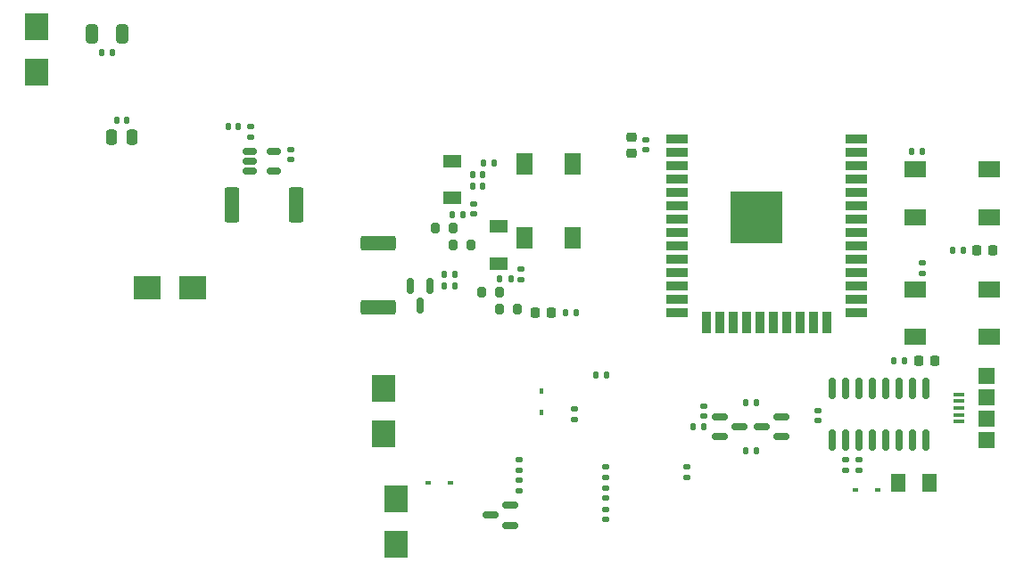
<source format=gtp>
%TF.GenerationSoftware,KiCad,Pcbnew,6.0.5-a6ca702e91~116~ubuntu20.04.1*%
%TF.CreationDate,2022-06-30T20:33:51-06:00*%
%TF.ProjectId,trailer-power-controller,74726169-6c65-4722-9d70-6f7765722d63,rev?*%
%TF.SameCoordinates,Original*%
%TF.FileFunction,Paste,Top*%
%TF.FilePolarity,Positive*%
%FSLAX46Y46*%
G04 Gerber Fmt 4.6, Leading zero omitted, Abs format (unit mm)*
G04 Created by KiCad (PCBNEW 6.0.5-a6ca702e91~116~ubuntu20.04.1) date 2022-06-30 20:33:51*
%MOMM*%
%LPD*%
G01*
G04 APERTURE LIST*
G04 Aperture macros list*
%AMRoundRect*
0 Rectangle with rounded corners*
0 $1 Rounding radius*
0 $2 $3 $4 $5 $6 $7 $8 $9 X,Y pos of 4 corners*
0 Add a 4 corners polygon primitive as box body*
4,1,4,$2,$3,$4,$5,$6,$7,$8,$9,$2,$3,0*
0 Add four circle primitives for the rounded corners*
1,1,$1+$1,$2,$3*
1,1,$1+$1,$4,$5*
1,1,$1+$1,$6,$7*
1,1,$1+$1,$8,$9*
0 Add four rect primitives between the rounded corners*
20,1,$1+$1,$2,$3,$4,$5,0*
20,1,$1+$1,$4,$5,$6,$7,0*
20,1,$1+$1,$6,$7,$8,$9,0*
20,1,$1+$1,$8,$9,$2,$3,0*%
G04 Aperture macros list end*
%ADD10R,0.450000X0.600000*%
%ADD11RoundRect,0.135000X-0.135000X-0.185000X0.135000X-0.185000X0.135000X0.185000X-0.135000X0.185000X0*%
%ADD12RoundRect,0.135000X0.185000X-0.135000X0.185000X0.135000X-0.185000X0.135000X-0.185000X-0.135000X0*%
%ADD13RoundRect,0.140000X0.140000X0.170000X-0.140000X0.170000X-0.140000X-0.170000X0.140000X-0.170000X0*%
%ADD14RoundRect,0.150000X-0.587500X-0.150000X0.587500X-0.150000X0.587500X0.150000X-0.587500X0.150000X0*%
%ADD15RoundRect,0.140000X-0.170000X0.140000X-0.170000X-0.140000X0.170000X-0.140000X0.170000X0.140000X0*%
%ADD16RoundRect,0.150000X-0.150000X0.587500X-0.150000X-0.587500X0.150000X-0.587500X0.150000X0.587500X0*%
%ADD17R,1.700000X1.300000*%
%ADD18RoundRect,0.250001X-0.462499X-0.624999X0.462499X-0.624999X0.462499X0.624999X-0.462499X0.624999X0*%
%ADD19RoundRect,0.200000X-0.200000X-0.275000X0.200000X-0.275000X0.200000X0.275000X-0.200000X0.275000X0*%
%ADD20RoundRect,0.218750X0.218750X0.256250X-0.218750X0.256250X-0.218750X-0.256250X0.218750X-0.256250X0*%
%ADD21RoundRect,0.150000X0.587500X0.150000X-0.587500X0.150000X-0.587500X-0.150000X0.587500X-0.150000X0*%
%ADD22R,1.500000X2.000000*%
%ADD23R,2.300000X2.500000*%
%ADD24R,2.500000X2.300000*%
%ADD25RoundRect,0.249999X-0.450001X-1.425001X0.450001X-1.425001X0.450001X1.425001X-0.450001X1.425001X0*%
%ADD26RoundRect,0.135000X0.135000X0.185000X-0.135000X0.185000X-0.135000X-0.185000X0.135000X-0.185000X0*%
%ADD27RoundRect,0.249999X1.425001X-0.450001X1.425001X0.450001X-1.425001X0.450001X-1.425001X-0.450001X0*%
%ADD28R,2.000000X1.500000*%
%ADD29R,0.600000X0.450000*%
%ADD30RoundRect,0.150000X0.150000X-0.825000X0.150000X0.825000X-0.150000X0.825000X-0.150000X-0.825000X0*%
%ADD31RoundRect,0.225000X0.250000X-0.225000X0.250000X0.225000X-0.250000X0.225000X-0.250000X-0.225000X0*%
%ADD32R,2.000000X0.900000*%
%ADD33R,0.900000X2.000000*%
%ADD34R,5.000000X5.000000*%
%ADD35RoundRect,0.250000X0.325000X0.650000X-0.325000X0.650000X-0.325000X-0.650000X0.325000X-0.650000X0*%
%ADD36RoundRect,0.135000X-0.185000X0.135000X-0.185000X-0.135000X0.185000X-0.135000X0.185000X0.135000X0*%
%ADD37RoundRect,0.140000X0.170000X-0.140000X0.170000X0.140000X-0.170000X0.140000X-0.170000X-0.140000X0*%
%ADD38RoundRect,0.218750X-0.218750X-0.256250X0.218750X-0.256250X0.218750X0.256250X-0.218750X0.256250X0*%
%ADD39R,1.080000X0.320000*%
%ADD40R,1.550000X1.500000*%
%ADD41RoundRect,0.250000X0.250000X0.475000X-0.250000X0.475000X-0.250000X-0.475000X0.250000X-0.475000X0*%
%ADD42RoundRect,0.150000X-0.512500X-0.150000X0.512500X-0.150000X0.512500X0.150000X-0.512500X0.150000X0*%
G04 APERTURE END LIST*
D10*
%TO.C,D12*%
X96300000Y-94250000D03*
X96300000Y-96350000D03*
%TD*%
D11*
%TO.C,R16*%
X92390000Y-83600000D03*
X93410000Y-83600000D03*
%TD*%
D12*
%TO.C,R18*%
X110100000Y-102510000D03*
X110100000Y-101490000D03*
%TD*%
D13*
%TO.C,C12*%
X90780000Y-73700000D03*
X89820000Y-73700000D03*
%TD*%
D14*
%TO.C,Q1*%
X113262500Y-96750000D03*
X113262500Y-98650000D03*
X115137500Y-97700000D03*
%TD*%
D15*
%TO.C,C19*%
X72500000Y-71352323D03*
X72500000Y-72312323D03*
%TD*%
D16*
%TO.C,Q3*%
X85750000Y-84262500D03*
X83850000Y-84262500D03*
X84800000Y-86137500D03*
%TD*%
D17*
%TO.C,D8*%
X92300000Y-82150000D03*
X92300000Y-78650000D03*
%TD*%
%TO.C,D7*%
X87900000Y-75950000D03*
X87900000Y-72450000D03*
%TD*%
D11*
%TO.C,R9*%
X110690000Y-97700000D03*
X111710000Y-97700000D03*
%TD*%
D18*
%TO.C,F1*%
X130212500Y-103000000D03*
X133187500Y-103000000D03*
%TD*%
D19*
%TO.C,R12*%
X87975000Y-80400000D03*
X89625000Y-80400000D03*
%TD*%
D12*
%TO.C,R27*%
X125200000Y-101810000D03*
X125200000Y-100790000D03*
%TD*%
D19*
%TO.C,R13*%
X90675000Y-84900000D03*
X92325000Y-84900000D03*
%TD*%
D20*
%TO.C,D5*%
X133687500Y-91400000D03*
X132112500Y-91400000D03*
%TD*%
D21*
%TO.C,Q2*%
X119137500Y-98650000D03*
X119137500Y-96750000D03*
X117262500Y-97700000D03*
%TD*%
D11*
%TO.C,R2*%
X98590000Y-86800000D03*
X99610000Y-86800000D03*
%TD*%
D22*
%TO.C,SW3*%
X99250000Y-79700000D03*
X99250000Y-72700000D03*
X94750000Y-72700000D03*
X94750000Y-79700000D03*
%TD*%
D23*
%TO.C,D10*%
X81300000Y-94050000D03*
X81300000Y-98350000D03*
%TD*%
D21*
%TO.C,Q4*%
X93375000Y-107050000D03*
X93375000Y-105150000D03*
X91500000Y-106100000D03*
%TD*%
D23*
%TO.C,D9*%
X82500000Y-108850000D03*
X82500000Y-104550000D03*
%TD*%
D24*
%TO.C,D2*%
X58882323Y-84500000D03*
X63182323Y-84500000D03*
%TD*%
D25*
%TO.C,R20*%
X66950000Y-76632323D03*
X73050000Y-76632323D03*
%TD*%
D26*
%TO.C,R23*%
X88110000Y-84300000D03*
X87090000Y-84300000D03*
%TD*%
%TO.C,R4*%
X116710000Y-95400000D03*
X115690000Y-95400000D03*
%TD*%
D27*
%TO.C,R24*%
X80800000Y-86350000D03*
X80800000Y-80250000D03*
%TD*%
D13*
%TO.C,C8*%
X55580000Y-62150000D03*
X54620000Y-62150000D03*
%TD*%
D28*
%TO.C,SW2*%
X138800000Y-73250000D03*
X131800000Y-73250000D03*
X138800000Y-77750000D03*
X131800000Y-77750000D03*
%TD*%
D13*
%TO.C,C5*%
X56980000Y-68550000D03*
X56020000Y-68550000D03*
%TD*%
D11*
%TO.C,R15*%
X87890000Y-77500000D03*
X88910000Y-77500000D03*
%TD*%
D12*
%TO.C,R1*%
X126500000Y-101810000D03*
X126500000Y-100790000D03*
%TD*%
D13*
%TO.C,C11*%
X90780000Y-74800000D03*
X89820000Y-74800000D03*
%TD*%
D29*
%TO.C,D11*%
X85550000Y-103000000D03*
X87650000Y-103000000D03*
%TD*%
D30*
%TO.C,U2*%
X123955000Y-98975000D03*
X125225000Y-98975000D03*
X126495000Y-98975000D03*
X127765000Y-98975000D03*
X129035000Y-98975000D03*
X130305000Y-98975000D03*
X131575000Y-98975000D03*
X132845000Y-98975000D03*
X132845000Y-94025000D03*
X131575000Y-94025000D03*
X130305000Y-94025000D03*
X129035000Y-94025000D03*
X127765000Y-94025000D03*
X126495000Y-94025000D03*
X125225000Y-94025000D03*
X123955000Y-94025000D03*
%TD*%
D11*
%TO.C,R21*%
X87090000Y-83200000D03*
X88110000Y-83200000D03*
%TD*%
%TO.C,R17*%
X101490000Y-92800000D03*
X102510000Y-92800000D03*
%TD*%
D26*
%TO.C,R7*%
X130810000Y-91400000D03*
X129790000Y-91400000D03*
%TD*%
D19*
%TO.C,R11*%
X86275000Y-78800000D03*
X87925000Y-78800000D03*
%TD*%
D11*
%TO.C,R5*%
X115690000Y-100000000D03*
X116710000Y-100000000D03*
%TD*%
D28*
%TO.C,SW1*%
X138800000Y-84650000D03*
X131800000Y-84650000D03*
X138800000Y-89150000D03*
X131800000Y-89150000D03*
%TD*%
D13*
%TO.C,C20*%
X67580000Y-69132323D03*
X66620000Y-69132323D03*
%TD*%
D31*
%TO.C,C3*%
X104900610Y-71675000D03*
X104900610Y-70125000D03*
%TD*%
D15*
%TO.C,C17*%
X99500000Y-96020000D03*
X99500000Y-96980000D03*
%TD*%
D29*
%TO.C,D1*%
X126150000Y-103700000D03*
X128250000Y-103700000D03*
%TD*%
D32*
%TO.C,U1*%
X109200000Y-70295000D03*
X109200000Y-71565000D03*
X109200000Y-72835000D03*
X109200000Y-74105000D03*
X109200000Y-75375000D03*
X109200000Y-76645000D03*
X109200000Y-77915000D03*
X109200000Y-79185000D03*
X109200000Y-80455000D03*
X109200000Y-81725000D03*
X109200000Y-82995000D03*
X109200000Y-84265000D03*
X109200000Y-85535000D03*
X109200000Y-86805000D03*
D33*
X111985000Y-87805000D03*
X113255000Y-87805000D03*
X114525000Y-87805000D03*
X115795000Y-87805000D03*
X117065000Y-87805000D03*
X118335000Y-87805000D03*
X119605000Y-87805000D03*
X120875000Y-87805000D03*
X122145000Y-87805000D03*
X123415000Y-87805000D03*
D32*
X126200000Y-86805000D03*
X126200000Y-85535000D03*
X126200000Y-84265000D03*
X126200000Y-82995000D03*
X126200000Y-81725000D03*
X126200000Y-80455000D03*
X126200000Y-79185000D03*
X126200000Y-77915000D03*
X126200000Y-76645000D03*
X126200000Y-75375000D03*
X126200000Y-74105000D03*
X126200000Y-72835000D03*
X126200000Y-71565000D03*
X126200000Y-70295000D03*
D34*
X116700000Y-77795000D03*
%TD*%
D20*
%TO.C,D4*%
X139187500Y-80900000D03*
X137612500Y-80900000D03*
%TD*%
D26*
%TO.C,R8*%
X132510000Y-71500000D03*
X131490000Y-71500000D03*
%TD*%
D23*
%TO.C,D6*%
X48400000Y-63950000D03*
X48400000Y-59650000D03*
%TD*%
D35*
%TO.C,C9*%
X56575000Y-60350000D03*
X53625000Y-60350000D03*
%TD*%
D36*
%TO.C,R25*%
X94200000Y-102790000D03*
X94200000Y-103810000D03*
%TD*%
D26*
%TO.C,R10*%
X91810000Y-72600000D03*
X90790000Y-72600000D03*
%TD*%
D19*
%TO.C,R14*%
X92375000Y-86500000D03*
X94025000Y-86500000D03*
%TD*%
D37*
%TO.C,C16*%
X102400000Y-106480000D03*
X102400000Y-105520000D03*
%TD*%
D38*
%TO.C,D3*%
X95712500Y-86800000D03*
X97287500Y-86800000D03*
%TD*%
D36*
%TO.C,R22*%
X94200000Y-100790000D03*
X94200000Y-101810000D03*
%TD*%
D26*
%TO.C,R6*%
X136410000Y-80900000D03*
X135390000Y-80900000D03*
%TD*%
D12*
%TO.C,R26*%
X68700000Y-70142323D03*
X68700000Y-69122323D03*
%TD*%
D37*
%TO.C,C14*%
X94400000Y-83680000D03*
X94400000Y-82720000D03*
%TD*%
%TO.C,C13*%
X89900000Y-77480000D03*
X89900000Y-76520000D03*
%TD*%
%TO.C,C7*%
X111700000Y-96680000D03*
X111700000Y-95720000D03*
%TD*%
%TO.C,C2*%
X122600000Y-97080000D03*
X122600000Y-96120000D03*
%TD*%
D15*
%TO.C,C15*%
X102400000Y-103520000D03*
X102400000Y-104480000D03*
%TD*%
D12*
%TO.C,R19*%
X102400000Y-102510000D03*
X102400000Y-101490000D03*
%TD*%
D37*
%TO.C,C1*%
X106200610Y-71380000D03*
X106200610Y-70420000D03*
%TD*%
D39*
%TO.C,J2*%
X135925000Y-97200000D03*
X135925000Y-96550000D03*
X135925000Y-95900000D03*
X135925000Y-95250000D03*
X135925000Y-94600000D03*
D40*
X138600000Y-96900000D03*
X138600000Y-94900000D03*
X138600000Y-98950000D03*
X138600000Y-92850000D03*
%TD*%
D41*
%TO.C,C6*%
X57450000Y-70150000D03*
X55550000Y-70150000D03*
%TD*%
D42*
%TO.C,U5*%
X68662500Y-71482323D03*
X68662500Y-72432323D03*
X68662500Y-73382323D03*
X70937500Y-73382323D03*
X70937500Y-71482323D03*
%TD*%
D12*
%TO.C,R3*%
X132500000Y-83110000D03*
X132500000Y-82090000D03*
%TD*%
M02*

</source>
